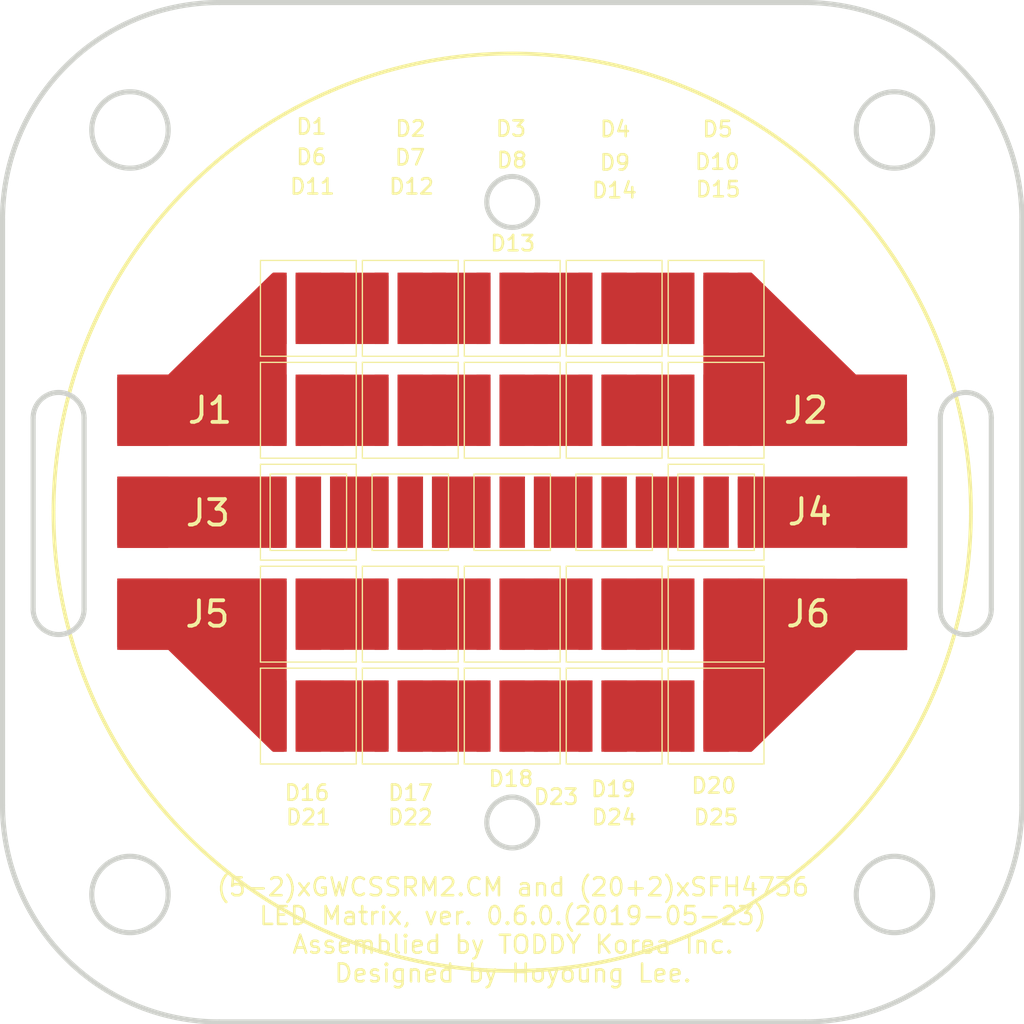
<source format=kicad_pcb>
(kicad_pcb (version 20171130) (host pcbnew "(5.1.2-1)-1")

  (general
    (thickness 1.6)
    (drawings 32)
    (tracks 0)
    (zones 0)
    (modules 31)
    (nets 27)
  )

  (page A4)
  (layers
    (0 F.Cu signal)
    (31 B.Cu signal hide)
    (32 B.Adhes user hide)
    (33 F.Adhes user hide)
    (34 B.Paste user hide)
    (35 F.Paste user)
    (36 B.SilkS user hide)
    (37 F.SilkS user)
    (38 B.Mask user hide)
    (39 F.Mask user)
    (40 Dwgs.User user hide)
    (41 Cmts.User user hide)
    (42 Eco1.User user hide)
    (43 Eco2.User user hide)
    (44 Edge.Cuts user)
    (45 Margin user hide)
    (46 B.CrtYd user hide)
    (47 F.CrtYd user hide)
    (48 B.Fab user hide)
    (49 F.Fab user hide)
  )

  (setup
    (last_trace_width 0.25)
    (trace_clearance 0.2)
    (zone_clearance 0)
    (zone_45_only no)
    (trace_min 0.2)
    (via_size 0.8)
    (via_drill 0.4)
    (via_min_size 0.4)
    (via_min_drill 0.3)
    (uvia_size 0.3)
    (uvia_drill 0.1)
    (uvias_allowed no)
    (uvia_min_size 0.2)
    (uvia_min_drill 0.1)
    (edge_width 0.2)
    (segment_width 0.2)
    (pcb_text_width 0.3)
    (pcb_text_size 1.5 1.5)
    (mod_edge_width 0.15)
    (mod_text_size 1 1)
    (mod_text_width 0.15)
    (pad_size 0.55 1.2)
    (pad_drill 0)
    (pad_to_mask_clearance 0.051)
    (solder_mask_min_width 0.25)
    (aux_axis_origin 112.09 107.95)
    (visible_elements FFFFFF7F)
    (pcbplotparams
      (layerselection 0x010a8_7fffffff)
      (usegerberextensions false)
      (usegerberattributes false)
      (usegerberadvancedattributes false)
      (creategerberjobfile false)
      (excludeedgelayer true)
      (linewidth 0.100000)
      (plotframeref false)
      (viasonmask false)
      (mode 1)
      (useauxorigin false)
      (hpglpennumber 1)
      (hpglpenspeed 20)
      (hpglpendiameter 15.000000)
      (psnegative false)
      (psa4output false)
      (plotreference true)
      (plotvalue true)
      (plotinvisibletext false)
      (padsonsilk false)
      (subtractmaskfromsilk false)
      (outputformat 1)
      (mirror false)
      (drillshape 0)
      (scaleselection 1)
      (outputdirectory "gerber_files/"))
  )

  (net 0 "")
  (net 1 "Net-(D1-Pad1)")
  (net 2 "Net-(D1-Pad2)")
  (net 3 "Net-(D2-Pad1)")
  (net 4 "Net-(D3-Pad1)")
  (net 5 "Net-(D4-Pad1)")
  (net 6 "Net-(D10-Pad1)")
  (net 7 "Net-(D6-Pad1)")
  (net 8 "Net-(D7-Pad1)")
  (net 9 "Net-(D8-Pad1)")
  (net 10 "Net-(D10-Pad2)")
  (net 11 "Net-(D11-Pad2)")
  (net 12 "Net-(D11-Pad1)")
  (net 13 "Net-(D12-Pad1)")
  (net 14 "Net-(D13-Pad1)")
  (net 15 "Net-(D14-Pad1)")
  (net 16 "Net-(D15-Pad1)")
  (net 17 "Net-(D16-Pad1)")
  (net 18 "Net-(D16-Pad2)")
  (net 19 "Net-(D17-Pad1)")
  (net 20 "Net-(D18-Pad1)")
  (net 21 "Net-(D19-Pad1)")
  (net 22 "Net-(D20-Pad1)")
  (net 23 "Net-(D21-Pad1)")
  (net 24 "Net-(D22-Pad1)")
  (net 25 "Net-(D23-Pad1)")
  (net 26 "Net-(D24-Pad1)")

  (net_class Default "This is the default net class."
    (clearance 0.2)
    (trace_width 0.25)
    (via_dia 0.8)
    (via_drill 0.4)
    (uvia_dia 0.3)
    (uvia_drill 0.1)
    (add_net "Net-(D1-Pad1)")
    (add_net "Net-(D1-Pad2)")
    (add_net "Net-(D10-Pad1)")
    (add_net "Net-(D10-Pad2)")
    (add_net "Net-(D11-Pad1)")
    (add_net "Net-(D11-Pad2)")
    (add_net "Net-(D12-Pad1)")
    (add_net "Net-(D13-Pad1)")
    (add_net "Net-(D14-Pad1)")
    (add_net "Net-(D15-Pad1)")
    (add_net "Net-(D16-Pad1)")
    (add_net "Net-(D16-Pad2)")
    (add_net "Net-(D17-Pad1)")
    (add_net "Net-(D18-Pad1)")
    (add_net "Net-(D19-Pad1)")
    (add_net "Net-(D2-Pad1)")
    (add_net "Net-(D20-Pad1)")
    (add_net "Net-(D21-Pad1)")
    (add_net "Net-(D22-Pad1)")
    (add_net "Net-(D23-Pad1)")
    (add_net "Net-(D24-Pad1)")
    (add_net "Net-(D3-Pad1)")
    (add_net "Net-(D4-Pad1)")
    (add_net "Net-(D6-Pad1)")
    (add_net "Net-(D7-Pad1)")
    (add_net "Net-(D8-Pad1)")
  )

  (module OSRAM:LED-SFH4736_OSRAM (layer F.Cu) (tedit 5CE62B64) (tstamp 5CC8BE8B)
    (at 104.09 99.95 180)
    (path /5C967F8A)
    (solder_mask_margin 0.01)
    (fp_text reference D1 (at -0.12 7.13 180) (layer F.SilkS)
      (effects (font (size 0.6 0.6) (thickness 0.1)))
    )
    (fp_text value SFH4736 (at 0 -3.2 180) (layer F.Fab)
      (effects (font (size 1 1) (thickness 0.15)))
    )
    (fp_line (start -1.88 1.88) (end -1.88 -1.88) (layer F.SilkS) (width 0.05))
    (fp_line (start 1.88 1.88) (end -1.88 1.88) (layer F.SilkS) (width 0.05))
    (fp_line (start 1.88 -1.88) (end 1.88 1.88) (layer F.SilkS) (width 0.05))
    (fp_line (start -1.88 -1.88) (end 1.88 -1.88) (layer F.SilkS) (width 0.05))
    (pad 1 smd rect (at -1.125 0 180) (size 0.55 2.8) (layers F.Cu F.Mask)
      (net 1 "Net-(D1-Pad1)") (solder_mask_margin 0.001) (solder_paste_margin -0.05) (zone_connect 2))
    (pad 2 smd rect (at 1.125 0 180) (size 0.55 2.8) (layers F.Cu F.Mask)
      (net 2 "Net-(D1-Pad2)") (solder_mask_margin 0.001) (solder_paste_margin -0.05) (zone_connect 2))
    (pad 1 smd rect (at 0 0 180) (size 1 2.8) (layers F.Cu F.Mask)
      (net 1 "Net-(D1-Pad1)") (solder_mask_margin 0.001) (solder_paste_margin -0.05) (zone_connect 2))
    (pad 1 smd rect (at 0 -0.725 180) (size 0.9 1.15) (layers F.Paste)
      (net 1 "Net-(D1-Pad1)"))
    (pad 1 smd rect (at 0 0.725 180) (size 0.9 1.15) (layers F.Paste)
      (net 1 "Net-(D1-Pad1)"))
    (pad 1 smd rect (at -1.1 0 180) (size 0.4 2.6) (layers F.Paste)
      (net 1 "Net-(D1-Pad1)"))
    (pad 2 smd rect (at 1.1 0 180) (size 0.4 2.6) (layers F.Paste)
      (net 2 "Net-(D1-Pad2)"))
  )

  (module OSRAM:LED-SFH4736_OSRAM (layer F.Cu) (tedit 5CE62B64) (tstamp 5CC8BE99)
    (at 108.09 99.95 180)
    (path /5C96542C)
    (solder_mask_margin 0.01)
    (fp_text reference D2 (at -0.01 7.05 180) (layer F.SilkS)
      (effects (font (size 0.6 0.6) (thickness 0.1)))
    )
    (fp_text value SFH4736 (at 0 -3.2 180) (layer F.Fab)
      (effects (font (size 1 1) (thickness 0.15)))
    )
    (fp_line (start -1.88 1.88) (end -1.88 -1.88) (layer F.SilkS) (width 0.05))
    (fp_line (start 1.88 1.88) (end -1.88 1.88) (layer F.SilkS) (width 0.05))
    (fp_line (start 1.88 -1.88) (end 1.88 1.88) (layer F.SilkS) (width 0.05))
    (fp_line (start -1.88 -1.88) (end 1.88 -1.88) (layer F.SilkS) (width 0.05))
    (pad 1 smd rect (at -1.125 0 180) (size 0.55 2.8) (layers F.Cu F.Mask)
      (net 3 "Net-(D2-Pad1)") (solder_mask_margin 0.001) (solder_paste_margin -0.05) (zone_connect 2))
    (pad 2 smd rect (at 1.125 0 180) (size 0.55 2.8) (layers F.Cu F.Mask)
      (net 1 "Net-(D1-Pad1)") (solder_mask_margin 0.001) (solder_paste_margin -0.05) (zone_connect 2))
    (pad 1 smd rect (at 0 0 180) (size 1 2.8) (layers F.Cu F.Mask)
      (net 3 "Net-(D2-Pad1)") (solder_mask_margin 0.001) (solder_paste_margin -0.05) (zone_connect 2))
    (pad 1 smd rect (at 0 -0.725 180) (size 0.9 1.15) (layers F.Paste)
      (net 3 "Net-(D2-Pad1)"))
    (pad 1 smd rect (at 0 0.725 180) (size 0.9 1.15) (layers F.Paste)
      (net 3 "Net-(D2-Pad1)"))
    (pad 1 smd rect (at -1.1 0 180) (size 0.4 2.6) (layers F.Paste)
      (net 3 "Net-(D2-Pad1)"))
    (pad 2 smd rect (at 1.1 0 180) (size 0.4 2.6) (layers F.Paste)
      (net 1 "Net-(D1-Pad1)"))
  )

  (module OSRAM:LED-SFH4736_OSRAM (layer F.Cu) (tedit 5CE62B64) (tstamp 5CC8BEA7)
    (at 112.09 99.95 180)
    (path /5C9679CE)
    (solder_mask_margin 0.01)
    (fp_text reference D3 (at 0.05 7.05 180) (layer F.SilkS)
      (effects (font (size 0.6 0.6) (thickness 0.1)))
    )
    (fp_text value SFH4736 (at 0 -3.2 180) (layer F.Fab)
      (effects (font (size 1 1) (thickness 0.15)))
    )
    (fp_line (start -1.88 1.88) (end -1.88 -1.88) (layer F.SilkS) (width 0.05))
    (fp_line (start 1.88 1.88) (end -1.88 1.88) (layer F.SilkS) (width 0.05))
    (fp_line (start 1.88 -1.88) (end 1.88 1.88) (layer F.SilkS) (width 0.05))
    (fp_line (start -1.88 -1.88) (end 1.88 -1.88) (layer F.SilkS) (width 0.05))
    (pad 1 smd rect (at -1.125 0 180) (size 0.55 2.8) (layers F.Cu F.Mask)
      (net 4 "Net-(D3-Pad1)") (solder_mask_margin 0.001) (solder_paste_margin -0.05) (zone_connect 2))
    (pad 2 smd rect (at 1.125 0 180) (size 0.55 2.8) (layers F.Cu F.Mask)
      (net 3 "Net-(D2-Pad1)") (solder_mask_margin 0.001) (solder_paste_margin -0.05) (zone_connect 2))
    (pad 1 smd rect (at 0 0 180) (size 1 2.8) (layers F.Cu F.Mask)
      (net 4 "Net-(D3-Pad1)") (solder_mask_margin 0.001) (solder_paste_margin -0.05) (zone_connect 2))
    (pad 1 smd rect (at 0 -0.725 180) (size 0.9 1.15) (layers F.Paste)
      (net 4 "Net-(D3-Pad1)"))
    (pad 1 smd rect (at 0 0.725 180) (size 0.9 1.15) (layers F.Paste)
      (net 4 "Net-(D3-Pad1)"))
    (pad 1 smd rect (at -1.1 0 180) (size 0.4 2.6) (layers F.Paste)
      (net 4 "Net-(D3-Pad1)"))
    (pad 2 smd rect (at 1.1 0 180) (size 0.4 2.6) (layers F.Paste)
      (net 3 "Net-(D2-Pad1)"))
  )

  (module OSRAM:LED-SFH4736_OSRAM (layer F.Cu) (tedit 5CE62B64) (tstamp 5CC8BEB5)
    (at 116.09 99.95 180)
    (path /5C967CDF)
    (solder_mask_margin 0.01)
    (fp_text reference D4 (at -0.04 7.03 180) (layer F.SilkS)
      (effects (font (size 0.6 0.6) (thickness 0.1)))
    )
    (fp_text value SFH4736 (at 0 -3.2 180) (layer F.Fab)
      (effects (font (size 1 1) (thickness 0.15)))
    )
    (fp_line (start -1.88 1.88) (end -1.88 -1.88) (layer F.SilkS) (width 0.05))
    (fp_line (start 1.88 1.88) (end -1.88 1.88) (layer F.SilkS) (width 0.05))
    (fp_line (start 1.88 -1.88) (end 1.88 1.88) (layer F.SilkS) (width 0.05))
    (fp_line (start -1.88 -1.88) (end 1.88 -1.88) (layer F.SilkS) (width 0.05))
    (pad 1 smd rect (at -1.125 0 180) (size 0.55 2.8) (layers F.Cu F.Mask)
      (net 5 "Net-(D4-Pad1)") (solder_mask_margin 0.001) (solder_paste_margin -0.05) (zone_connect 2))
    (pad 2 smd rect (at 1.125 0 180) (size 0.55 2.8) (layers F.Cu F.Mask)
      (net 4 "Net-(D3-Pad1)") (solder_mask_margin 0.001) (solder_paste_margin -0.05) (zone_connect 2))
    (pad 1 smd rect (at 0 0 180) (size 1 2.8) (layers F.Cu F.Mask)
      (net 5 "Net-(D4-Pad1)") (solder_mask_margin 0.001) (solder_paste_margin -0.05) (zone_connect 2))
    (pad 1 smd rect (at 0 -0.725 180) (size 0.9 1.15) (layers F.Paste)
      (net 5 "Net-(D4-Pad1)"))
    (pad 1 smd rect (at 0 0.725 180) (size 0.9 1.15) (layers F.Paste)
      (net 5 "Net-(D4-Pad1)"))
    (pad 1 smd rect (at -1.1 0 180) (size 0.4 2.6) (layers F.Paste)
      (net 5 "Net-(D4-Pad1)"))
    (pad 2 smd rect (at 1.1 0 180) (size 0.4 2.6) (layers F.Paste)
      (net 4 "Net-(D3-Pad1)"))
  )

  (module OSRAM:LED-SFH4736_OSRAM (layer F.Cu) (tedit 5CE62B64) (tstamp 5CC8BEC3)
    (at 120.09 99.95 180)
    (path /5C967D02)
    (solder_mask_margin 0.01)
    (fp_text reference D5 (at -0.06 7.03 180) (layer F.SilkS)
      (effects (font (size 0.6 0.6) (thickness 0.1)))
    )
    (fp_text value SFH4736 (at 0 -3.2 180) (layer F.Fab)
      (effects (font (size 1 1) (thickness 0.15)))
    )
    (fp_line (start -1.88 1.88) (end -1.88 -1.88) (layer F.SilkS) (width 0.05))
    (fp_line (start 1.88 1.88) (end -1.88 1.88) (layer F.SilkS) (width 0.05))
    (fp_line (start 1.88 -1.88) (end 1.88 1.88) (layer F.SilkS) (width 0.05))
    (fp_line (start -1.88 -1.88) (end 1.88 -1.88) (layer F.SilkS) (width 0.05))
    (pad 1 smd rect (at -1.125 0 180) (size 0.55 2.8) (layers F.Cu F.Mask)
      (net 6 "Net-(D10-Pad1)") (solder_mask_margin 0.001) (solder_paste_margin -0.05) (zone_connect 2))
    (pad 2 smd rect (at 1.125 0 180) (size 0.55 2.8) (layers F.Cu F.Mask)
      (net 5 "Net-(D4-Pad1)") (solder_mask_margin 0.001) (solder_paste_margin -0.05) (zone_connect 2))
    (pad 1 smd rect (at 0 0 180) (size 1 2.8) (layers F.Cu F.Mask)
      (net 6 "Net-(D10-Pad1)") (solder_mask_margin 0.001) (solder_paste_margin -0.05) (zone_connect 2))
    (pad 1 smd rect (at 0 -0.725 180) (size 0.9 1.15) (layers F.Paste)
      (net 6 "Net-(D10-Pad1)"))
    (pad 1 smd rect (at 0 0.725 180) (size 0.9 1.15) (layers F.Paste)
      (net 6 "Net-(D10-Pad1)"))
    (pad 1 smd rect (at -1.1 0 180) (size 0.4 2.6) (layers F.Paste)
      (net 6 "Net-(D10-Pad1)"))
    (pad 2 smd rect (at 1.1 0 180) (size 0.4 2.6) (layers F.Paste)
      (net 5 "Net-(D4-Pad1)"))
  )

  (module OSRAM:LED-SFH4736_OSRAM (layer F.Cu) (tedit 5CE62B64) (tstamp 5CC8BED1)
    (at 104.09 103.95 180)
    (path /5C967F91)
    (solder_mask_margin 0.01)
    (fp_text reference D6 (at -0.12 9.94 180) (layer F.SilkS)
      (effects (font (size 0.6 0.6) (thickness 0.1)))
    )
    (fp_text value SFH4736 (at 0 -3.2 180) (layer F.Fab)
      (effects (font (size 1 1) (thickness 0.15)))
    )
    (fp_line (start -1.88 1.88) (end -1.88 -1.88) (layer F.SilkS) (width 0.05))
    (fp_line (start 1.88 1.88) (end -1.88 1.88) (layer F.SilkS) (width 0.05))
    (fp_line (start 1.88 -1.88) (end 1.88 1.88) (layer F.SilkS) (width 0.05))
    (fp_line (start -1.88 -1.88) (end 1.88 -1.88) (layer F.SilkS) (width 0.05))
    (pad 1 smd rect (at -1.125 0 180) (size 0.55 2.8) (layers F.Cu F.Mask)
      (net 7 "Net-(D6-Pad1)") (solder_mask_margin 0.001) (solder_paste_margin -0.05) (zone_connect 2))
    (pad 2 smd rect (at 1.125 0 180) (size 0.55 2.8) (layers F.Cu F.Mask)
      (net 2 "Net-(D1-Pad2)") (solder_mask_margin 0.001) (solder_paste_margin -0.05) (zone_connect 2))
    (pad 1 smd rect (at 0 0 180) (size 1 2.8) (layers F.Cu F.Mask)
      (net 7 "Net-(D6-Pad1)") (solder_mask_margin 0.001) (solder_paste_margin -0.05) (zone_connect 2))
    (pad 1 smd rect (at 0 -0.725 180) (size 0.9 1.15) (layers F.Paste)
      (net 7 "Net-(D6-Pad1)"))
    (pad 1 smd rect (at 0 0.725 180) (size 0.9 1.15) (layers F.Paste)
      (net 7 "Net-(D6-Pad1)"))
    (pad 1 smd rect (at -1.1 0 180) (size 0.4 2.6) (layers F.Paste)
      (net 7 "Net-(D6-Pad1)"))
    (pad 2 smd rect (at 1.1 0 180) (size 0.4 2.6) (layers F.Paste)
      (net 2 "Net-(D1-Pad2)"))
  )

  (module OSRAM:LED-SFH4736_OSRAM (layer F.Cu) (tedit 5CE62B64) (tstamp 5CC8BEDF)
    (at 108.09 103.95 180)
    (path /5C967555)
    (solder_mask_margin 0.01)
    (fp_text reference D7 (at 0.01 9.92 180) (layer F.SilkS)
      (effects (font (size 0.6 0.6) (thickness 0.1)))
    )
    (fp_text value SFH4736 (at 0 -3.2 180) (layer F.Fab)
      (effects (font (size 1 1) (thickness 0.15)))
    )
    (fp_line (start -1.88 1.88) (end -1.88 -1.88) (layer F.SilkS) (width 0.05))
    (fp_line (start 1.88 1.88) (end -1.88 1.88) (layer F.SilkS) (width 0.05))
    (fp_line (start 1.88 -1.88) (end 1.88 1.88) (layer F.SilkS) (width 0.05))
    (fp_line (start -1.88 -1.88) (end 1.88 -1.88) (layer F.SilkS) (width 0.05))
    (pad 1 smd rect (at -1.125 0 180) (size 0.55 2.8) (layers F.Cu F.Mask)
      (net 8 "Net-(D7-Pad1)") (solder_mask_margin 0.001) (solder_paste_margin -0.05) (zone_connect 2))
    (pad 2 smd rect (at 1.125 0 180) (size 0.55 2.8) (layers F.Cu F.Mask)
      (net 7 "Net-(D6-Pad1)") (solder_mask_margin 0.001) (solder_paste_margin -0.05) (zone_connect 2))
    (pad 1 smd rect (at 0 0 180) (size 1 2.8) (layers F.Cu F.Mask)
      (net 8 "Net-(D7-Pad1)") (solder_mask_margin 0.001) (solder_paste_margin -0.05) (zone_connect 2))
    (pad 1 smd rect (at 0 -0.725 180) (size 0.9 1.15) (layers F.Paste)
      (net 8 "Net-(D7-Pad1)"))
    (pad 1 smd rect (at 0 0.725 180) (size 0.9 1.15) (layers F.Paste)
      (net 8 "Net-(D7-Pad1)"))
    (pad 1 smd rect (at -1.1 0 180) (size 0.4 2.6) (layers F.Paste)
      (net 8 "Net-(D7-Pad1)"))
    (pad 2 smd rect (at 1.1 0 180) (size 0.4 2.6) (layers F.Paste)
      (net 7 "Net-(D6-Pad1)"))
  )

  (module OSRAM:LED-SFH4736_OSRAM (layer F.Cu) (tedit 5CE62B64) (tstamp 5CC8BEED)
    (at 112.09 103.95 180)
    (path /5C9679D5)
    (solder_mask_margin 0.01)
    (fp_text reference D8 (at 0.01 9.81 180) (layer F.SilkS)
      (effects (font (size 0.6 0.6) (thickness 0.1)))
    )
    (fp_text value SFH4736 (at 0 -3.2 180) (layer F.Fab)
      (effects (font (size 1 1) (thickness 0.15)))
    )
    (fp_line (start -1.88 1.88) (end -1.88 -1.88) (layer F.SilkS) (width 0.05))
    (fp_line (start 1.88 1.88) (end -1.88 1.88) (layer F.SilkS) (width 0.05))
    (fp_line (start 1.88 -1.88) (end 1.88 1.88) (layer F.SilkS) (width 0.05))
    (fp_line (start -1.88 -1.88) (end 1.88 -1.88) (layer F.SilkS) (width 0.05))
    (pad 1 smd rect (at -1.125 0 180) (size 0.55 2.8) (layers F.Cu F.Mask)
      (net 9 "Net-(D8-Pad1)") (solder_mask_margin 0.001) (solder_paste_margin -0.05) (zone_connect 2))
    (pad 2 smd rect (at 1.125 0 180) (size 0.55 2.8) (layers F.Cu F.Mask)
      (net 8 "Net-(D7-Pad1)") (solder_mask_margin 0.001) (solder_paste_margin -0.05) (zone_connect 2))
    (pad 1 smd rect (at 0 0 180) (size 1 2.8) (layers F.Cu F.Mask)
      (net 9 "Net-(D8-Pad1)") (solder_mask_margin 0.001) (solder_paste_margin -0.05) (zone_connect 2))
    (pad 1 smd rect (at 0 -0.725 180) (size 0.9 1.15) (layers F.Paste)
      (net 9 "Net-(D8-Pad1)"))
    (pad 1 smd rect (at 0 0.725 180) (size 0.9 1.15) (layers F.Paste)
      (net 9 "Net-(D8-Pad1)"))
    (pad 1 smd rect (at -1.1 0 180) (size 0.4 2.6) (layers F.Paste)
      (net 9 "Net-(D8-Pad1)"))
    (pad 2 smd rect (at 1.1 0 180) (size 0.4 2.6) (layers F.Paste)
      (net 8 "Net-(D7-Pad1)"))
  )

  (module OSRAM:LED-SFH4736_OSRAM (layer F.Cu) (tedit 5CE62B64) (tstamp 5CC8BEFB)
    (at 116.09 103.95 180)
    (path /5C967CE6)
    (solder_mask_margin 0.01)
    (fp_text reference D9 (at -0.03 9.72 180) (layer F.SilkS)
      (effects (font (size 0.6 0.6) (thickness 0.1)))
    )
    (fp_text value SFH4736 (at 0 -3.2 180) (layer F.Fab)
      (effects (font (size 1 1) (thickness 0.15)))
    )
    (fp_line (start -1.88 1.88) (end -1.88 -1.88) (layer F.SilkS) (width 0.05))
    (fp_line (start 1.88 1.88) (end -1.88 1.88) (layer F.SilkS) (width 0.05))
    (fp_line (start 1.88 -1.88) (end 1.88 1.88) (layer F.SilkS) (width 0.05))
    (fp_line (start -1.88 -1.88) (end 1.88 -1.88) (layer F.SilkS) (width 0.05))
    (pad 1 smd rect (at -1.125 0 180) (size 0.55 2.8) (layers F.Cu F.Mask)
      (net 10 "Net-(D10-Pad2)") (solder_mask_margin 0.001) (solder_paste_margin -0.05) (zone_connect 2))
    (pad 2 smd rect (at 1.125 0 180) (size 0.55 2.8) (layers F.Cu F.Mask)
      (net 9 "Net-(D8-Pad1)") (solder_mask_margin 0.001) (solder_paste_margin -0.05) (zone_connect 2))
    (pad 1 smd rect (at 0 0 180) (size 1 2.8) (layers F.Cu F.Mask)
      (net 10 "Net-(D10-Pad2)") (solder_mask_margin 0.001) (solder_paste_margin -0.05) (zone_connect 2))
    (pad 1 smd rect (at 0 -0.725 180) (size 0.9 1.15) (layers F.Paste)
      (net 10 "Net-(D10-Pad2)"))
    (pad 1 smd rect (at 0 0.725 180) (size 0.9 1.15) (layers F.Paste)
      (net 10 "Net-(D10-Pad2)"))
    (pad 1 smd rect (at -1.1 0 180) (size 0.4 2.6) (layers F.Paste)
      (net 10 "Net-(D10-Pad2)"))
    (pad 2 smd rect (at 1.1 0 180) (size 0.4 2.6) (layers F.Paste)
      (net 9 "Net-(D8-Pad1)"))
  )

  (module OSRAM:LED-SFH4736_OSRAM (layer F.Cu) (tedit 5CE62B64) (tstamp 5CC8BF09)
    (at 120.09 103.95 180)
    (path /5C967D09)
    (solder_mask_margin 0.01)
    (fp_text reference D10 (at -0.05 9.75 180) (layer F.SilkS)
      (effects (font (size 0.6 0.6) (thickness 0.1)))
    )
    (fp_text value SFH4736 (at 0 -3.2 180) (layer F.Fab)
      (effects (font (size 1 1) (thickness 0.15)))
    )
    (fp_line (start -1.88 1.88) (end -1.88 -1.88) (layer F.SilkS) (width 0.05))
    (fp_line (start 1.88 1.88) (end -1.88 1.88) (layer F.SilkS) (width 0.05))
    (fp_line (start 1.88 -1.88) (end 1.88 1.88) (layer F.SilkS) (width 0.05))
    (fp_line (start -1.88 -1.88) (end 1.88 -1.88) (layer F.SilkS) (width 0.05))
    (pad 1 smd rect (at -1.125 0 180) (size 0.55 2.8) (layers F.Cu F.Mask)
      (net 6 "Net-(D10-Pad1)") (solder_mask_margin 0.001) (solder_paste_margin -0.05) (zone_connect 2))
    (pad 2 smd rect (at 1.125 0 180) (size 0.55 2.8) (layers F.Cu F.Mask)
      (net 10 "Net-(D10-Pad2)") (solder_mask_margin 0.001) (solder_paste_margin -0.05) (zone_connect 2))
    (pad 1 smd rect (at 0 0 180) (size 1 2.8) (layers F.Cu F.Mask)
      (net 6 "Net-(D10-Pad1)") (solder_mask_margin 0.001) (solder_paste_margin -0.05) (zone_connect 2))
    (pad 1 smd rect (at 0 -0.725 180) (size 0.9 1.15) (layers F.Paste)
      (net 6 "Net-(D10-Pad1)"))
    (pad 1 smd rect (at 0 0.725 180) (size 0.9 1.15) (layers F.Paste)
      (net 6 "Net-(D10-Pad1)"))
    (pad 1 smd rect (at -1.1 0 180) (size 0.4 2.6) (layers F.Paste)
      (net 6 "Net-(D10-Pad1)"))
    (pad 2 smd rect (at 1.1 0 180) (size 0.4 2.6) (layers F.Paste)
      (net 10 "Net-(D10-Pad2)"))
  )

  (module OSRAM:LED-SFH4736_OSRAM (layer F.Cu) (tedit 5CE62B64) (tstamp 5CC8BF17)
    (at 104.09 111.95 180)
    (path /5C967F9F)
    (solder_mask_margin 0.01)
    (fp_text reference D16 (at 0.05 -7.01 180) (layer F.SilkS)
      (effects (font (size 0.6 0.6) (thickness 0.1)))
    )
    (fp_text value SFH4736 (at 0 -3.2 180) (layer F.Fab)
      (effects (font (size 1 1) (thickness 0.15)))
    )
    (fp_line (start -1.88 1.88) (end -1.88 -1.88) (layer F.SilkS) (width 0.05))
    (fp_line (start 1.88 1.88) (end -1.88 1.88) (layer F.SilkS) (width 0.05))
    (fp_line (start 1.88 -1.88) (end 1.88 1.88) (layer F.SilkS) (width 0.05))
    (fp_line (start -1.88 -1.88) (end 1.88 -1.88) (layer F.SilkS) (width 0.05))
    (pad 1 smd rect (at -1.125 0 180) (size 0.55 2.8) (layers F.Cu F.Mask)
      (net 17 "Net-(D16-Pad1)") (solder_mask_margin 0.001) (solder_paste_margin -0.05) (zone_connect 2))
    (pad 2 smd rect (at 1.125 0 180) (size 0.55 2.8) (layers F.Cu F.Mask)
      (net 18 "Net-(D16-Pad2)") (solder_mask_margin 0.001) (solder_paste_margin -0.05) (zone_connect 2))
    (pad 1 smd rect (at 0 0 180) (size 1 2.8) (layers F.Cu F.Mask)
      (net 17 "Net-(D16-Pad1)") (solder_mask_margin 0.001) (solder_paste_margin -0.05) (zone_connect 2))
    (pad 1 smd rect (at 0 -0.725 180) (size 0.9 1.15) (layers F.Paste)
      (net 17 "Net-(D16-Pad1)"))
    (pad 1 smd rect (at 0 0.725 180) (size 0.9 1.15) (layers F.Paste)
      (net 17 "Net-(D16-Pad1)"))
    (pad 1 smd rect (at -1.1 0 180) (size 0.4 2.6) (layers F.Paste)
      (net 17 "Net-(D16-Pad1)"))
    (pad 2 smd rect (at 1.1 0 180) (size 0.4 2.6) (layers F.Paste)
      (net 18 "Net-(D16-Pad2)"))
  )

  (module OSRAM:LED-SFH4736_OSRAM (layer F.Cu) (tedit 5CE62B64) (tstamp 5CC8BF25)
    (at 108.09 111.95 180)
    (path /5C9678F8)
    (solder_mask_margin 0.01)
    (fp_text reference D17 (at -0.01 -7.01 180) (layer F.SilkS)
      (effects (font (size 0.6 0.6) (thickness 0.1)))
    )
    (fp_text value SFH4736 (at 0 -3.2 180) (layer F.Fab)
      (effects (font (size 1 1) (thickness 0.15)))
    )
    (fp_line (start -1.88 1.88) (end -1.88 -1.88) (layer F.SilkS) (width 0.05))
    (fp_line (start 1.88 1.88) (end -1.88 1.88) (layer F.SilkS) (width 0.05))
    (fp_line (start 1.88 -1.88) (end 1.88 1.88) (layer F.SilkS) (width 0.05))
    (fp_line (start -1.88 -1.88) (end 1.88 -1.88) (layer F.SilkS) (width 0.05))
    (pad 1 smd rect (at -1.125 0 180) (size 0.55 2.8) (layers F.Cu F.Mask)
      (net 19 "Net-(D17-Pad1)") (solder_mask_margin 0.001) (solder_paste_margin -0.05) (zone_connect 2))
    (pad 2 smd rect (at 1.125 0 180) (size 0.55 2.8) (layers F.Cu F.Mask)
      (net 17 "Net-(D16-Pad1)") (solder_mask_margin 0.001) (solder_paste_margin -0.05) (zone_connect 2))
    (pad 1 smd rect (at 0 0 180) (size 1 2.8) (layers F.Cu F.Mask)
      (net 19 "Net-(D17-Pad1)") (solder_mask_margin 0.001) (solder_paste_margin -0.05) (zone_connect 2))
    (pad 1 smd rect (at 0 -0.725 180) (size 0.9 1.15) (layers F.Paste)
      (net 19 "Net-(D17-Pad1)"))
    (pad 1 smd rect (at 0 0.725 180) (size 0.9 1.15) (layers F.Paste)
      (net 19 "Net-(D17-Pad1)"))
    (pad 1 smd rect (at -1.1 0 180) (size 0.4 2.6) (layers F.Paste)
      (net 19 "Net-(D17-Pad1)"))
    (pad 2 smd rect (at 1.1 0 180) (size 0.4 2.6) (layers F.Paste)
      (net 17 "Net-(D16-Pad1)"))
  )

  (module OSRAM:LED-SFH4736_OSRAM (layer F.Cu) (tedit 5CE62B64) (tstamp 5CC8BF33)
    (at 112.09 111.95 180)
    (path /5C9679E3)
    (solder_mask_margin 0.01)
    (fp_text reference D18 (at 0.05 -6.46 180) (layer F.SilkS)
      (effects (font (size 0.6 0.6) (thickness 0.1)))
    )
    (fp_text value SFH4736 (at 0 -3.2 180) (layer F.Fab)
      (effects (font (size 1 1) (thickness 0.15)))
    )
    (fp_line (start -1.88 1.88) (end -1.88 -1.88) (layer F.SilkS) (width 0.05))
    (fp_line (start 1.88 1.88) (end -1.88 1.88) (layer F.SilkS) (width 0.05))
    (fp_line (start 1.88 -1.88) (end 1.88 1.88) (layer F.SilkS) (width 0.05))
    (fp_line (start -1.88 -1.88) (end 1.88 -1.88) (layer F.SilkS) (width 0.05))
    (pad 1 smd rect (at -1.125 0 180) (size 0.55 2.8) (layers F.Cu F.Mask)
      (net 20 "Net-(D18-Pad1)") (solder_mask_margin 0.001) (solder_paste_margin -0.05) (zone_connect 2))
    (pad 2 smd rect (at 1.125 0 180) (size 0.55 2.8) (layers F.Cu F.Mask)
      (net 19 "Net-(D17-Pad1)") (solder_mask_margin 0.001) (solder_paste_margin -0.05) (zone_connect 2))
    (pad 1 smd rect (at 0 0 180) (size 1 2.8) (layers F.Cu F.Mask)
      (net 20 "Net-(D18-Pad1)") (solder_mask_margin 0.001) (solder_paste_margin -0.05) (zone_connect 2))
    (pad 1 smd rect (at 0 -0.725 180) (size 0.9 1.15) (layers F.Paste)
      (net 20 "Net-(D18-Pad1)"))
    (pad 1 smd rect (at 0 0.725 180) (size 0.9 1.15) (layers F.Paste)
      (net 20 "Net-(D18-Pad1)"))
    (pad 1 smd rect (at -1.1 0 180) (size 0.4 2.6) (layers F.Paste)
      (net 20 "Net-(D18-Pad1)"))
    (pad 2 smd rect (at 1.1 0 180) (size 0.4 2.6) (layers F.Paste)
      (net 19 "Net-(D17-Pad1)"))
  )

  (module OSRAM:LED-SFH4736_OSRAM (layer F.Cu) (tedit 5CE62B64) (tstamp 5CC8BF41)
    (at 116.09 111.95 180)
    (path /5C967CF4)
    (solder_mask_margin 0.01)
    (fp_text reference D19 (at 0.03 -6.86 180) (layer F.SilkS)
      (effects (font (size 0.6 0.6) (thickness 0.1)))
    )
    (fp_text value SFH4736 (at 0 -3.2 180) (layer F.Fab)
      (effects (font (size 1 1) (thickness 0.15)))
    )
    (fp_line (start -1.88 1.88) (end -1.88 -1.88) (layer F.SilkS) (width 0.05))
    (fp_line (start 1.88 1.88) (end -1.88 1.88) (layer F.SilkS) (width 0.05))
    (fp_line (start 1.88 -1.88) (end 1.88 1.88) (layer F.SilkS) (width 0.05))
    (fp_line (start -1.88 -1.88) (end 1.88 -1.88) (layer F.SilkS) (width 0.05))
    (pad 1 smd rect (at -1.125 0 180) (size 0.55 2.8) (layers F.Cu F.Mask)
      (net 21 "Net-(D19-Pad1)") (solder_mask_margin 0.001) (solder_paste_margin -0.05) (zone_connect 2))
    (pad 2 smd rect (at 1.125 0 180) (size 0.55 2.8) (layers F.Cu F.Mask)
      (net 20 "Net-(D18-Pad1)") (solder_mask_margin 0.001) (solder_paste_margin -0.05) (zone_connect 2))
    (pad 1 smd rect (at 0 0 180) (size 1 2.8) (layers F.Cu F.Mask)
      (net 21 "Net-(D19-Pad1)") (solder_mask_margin 0.001) (solder_paste_margin -0.05) (zone_connect 2))
    (pad 1 smd rect (at 0 -0.725 180) (size 0.9 1.15) (layers F.Paste)
      (net 21 "Net-(D19-Pad1)"))
    (pad 1 smd rect (at 0 0.725 180) (size 0.9 1.15) (layers F.Paste)
      (net 21 "Net-(D19-Pad1)"))
    (pad 1 smd rect (at -1.1 0 180) (size 0.4 2.6) (layers F.Paste)
      (net 21 "Net-(D19-Pad1)"))
    (pad 2 smd rect (at 1.1 0 180) (size 0.4 2.6) (layers F.Paste)
      (net 20 "Net-(D18-Pad1)"))
  )

  (module OSRAM:LED-SFH4736_OSRAM (layer F.Cu) (tedit 5CE62B64) (tstamp 5CC8BF4F)
    (at 120.09 111.95 180)
    (path /5C967D17)
    (solder_mask_margin 0.01)
    (fp_text reference D20 (at 0.09 -6.73 180) (layer F.SilkS)
      (effects (font (size 0.6 0.6) (thickness 0.1)))
    )
    (fp_text value SFH4736 (at 0 -3.2 180) (layer F.Fab)
      (effects (font (size 1 1) (thickness 0.15)))
    )
    (fp_line (start -1.88 1.88) (end -1.88 -1.88) (layer F.SilkS) (width 0.05))
    (fp_line (start 1.88 1.88) (end -1.88 1.88) (layer F.SilkS) (width 0.05))
    (fp_line (start 1.88 -1.88) (end 1.88 1.88) (layer F.SilkS) (width 0.05))
    (fp_line (start -1.88 -1.88) (end 1.88 -1.88) (layer F.SilkS) (width 0.05))
    (pad 1 smd rect (at -1.125 0 180) (size 0.55 2.8) (layers F.Cu F.Mask)
      (net 22 "Net-(D20-Pad1)") (solder_mask_margin 0.001) (solder_paste_margin -0.05) (zone_connect 2))
    (pad 2 smd rect (at 1.125 0 180) (size 0.55 2.8) (layers F.Cu F.Mask)
      (net 21 "Net-(D19-Pad1)") (solder_mask_margin 0.001) (solder_paste_margin -0.05) (zone_connect 2))
    (pad 1 smd rect (at 0 0 180) (size 1 2.8) (layers F.Cu F.Mask)
      (net 22 "Net-(D20-Pad1)") (solder_mask_margin 0.001) (solder_paste_margin -0.05) (zone_connect 2))
    (pad 1 smd rect (at 0 -0.725 180) (size 0.9 1.15) (layers F.Paste)
      (net 22 "Net-(D20-Pad1)"))
    (pad 1 smd rect (at 0 0.725 180) (size 0.9 1.15) (layers F.Paste)
      (net 22 "Net-(D20-Pad1)"))
    (pad 1 smd rect (at -1.1 0 180) (size 0.4 2.6) (layers F.Paste)
      (net 22 "Net-(D20-Pad1)"))
    (pad 2 smd rect (at 1.1 0 180) (size 0.4 2.6) (layers F.Paste)
      (net 21 "Net-(D19-Pad1)"))
  )

  (module OSRAM:LED-SFH4736_OSRAM (layer F.Cu) (tedit 5CE62B64) (tstamp 5CC8BF5D)
    (at 104.09 115.95 180)
    (path /5C967FA6)
    (solder_mask_margin 0.01)
    (fp_text reference D21 (at 0 -3.97 180) (layer F.SilkS)
      (effects (font (size 0.6 0.6) (thickness 0.1)))
    )
    (fp_text value SFH4736 (at 0 -3.2 180) (layer F.Fab)
      (effects (font (size 1 1) (thickness 0.15)))
    )
    (fp_line (start -1.88 1.88) (end -1.88 -1.88) (layer F.SilkS) (width 0.05))
    (fp_line (start 1.88 1.88) (end -1.88 1.88) (layer F.SilkS) (width 0.05))
    (fp_line (start 1.88 -1.88) (end 1.88 1.88) (layer F.SilkS) (width 0.05))
    (fp_line (start -1.88 -1.88) (end 1.88 -1.88) (layer F.SilkS) (width 0.05))
    (pad 1 smd rect (at -1.125 0 180) (size 0.55 2.8) (layers F.Cu F.Mask)
      (net 23 "Net-(D21-Pad1)") (solder_mask_margin 0.001) (solder_paste_margin -0.05) (zone_connect 2))
    (pad 2 smd rect (at 1.125 0 180) (size 0.55 2.8) (layers F.Cu F.Mask)
      (net 18 "Net-(D16-Pad2)") (solder_mask_margin 0.001) (solder_paste_margin -0.05) (zone_connect 2))
    (pad 1 smd rect (at 0 0 180) (size 1 2.8) (layers F.Cu F.Mask)
      (net 23 "Net-(D21-Pad1)") (solder_mask_margin 0.001) (solder_paste_margin -0.05) (zone_connect 2))
    (pad 1 smd rect (at 0 -0.725 180) (size 0.9 1.15) (layers F.Paste)
      (net 23 "Net-(D21-Pad1)"))
    (pad 1 smd rect (at 0 0.725 180) (size 0.9 1.15) (layers F.Paste)
      (net 23 "Net-(D21-Pad1)"))
    (pad 1 smd rect (at -1.1 0 180) (size 0.4 2.6) (layers F.Paste)
      (net 23 "Net-(D21-Pad1)"))
    (pad 2 smd rect (at 1.1 0 180) (size 0.4 2.6) (layers F.Paste)
      (net 18 "Net-(D16-Pad2)"))
  )

  (module OSRAM:LED-SFH4736_OSRAM (layer F.Cu) (tedit 5CE62B64) (tstamp 5CC8BF6B)
    (at 108.09 115.95 180)
    (path /5C9678FF)
    (solder_mask_margin 0.01)
    (fp_text reference D22 (at 0 -3.97 180) (layer F.SilkS)
      (effects (font (size 0.6 0.6) (thickness 0.1)))
    )
    (fp_text value SFH4736 (at 0 -3.2 180) (layer F.Fab)
      (effects (font (size 1 1) (thickness 0.15)))
    )
    (fp_line (start -1.88 1.88) (end -1.88 -1.88) (layer F.SilkS) (width 0.05))
    (fp_line (start 1.88 1.88) (end -1.88 1.88) (layer F.SilkS) (width 0.05))
    (fp_line (start 1.88 -1.88) (end 1.88 1.88) (layer F.SilkS) (width 0.05))
    (fp_line (start -1.88 -1.88) (end 1.88 -1.88) (layer F.SilkS) (width 0.05))
    (pad 1 smd rect (at -1.125 0 180) (size 0.55 2.8) (layers F.Cu F.Mask)
      (net 24 "Net-(D22-Pad1)") (solder_mask_margin 0.001) (solder_paste_margin -0.05) (zone_connect 2))
    (pad 2 smd rect (at 1.125 0 180) (size 0.55 2.8) (layers F.Cu F.Mask)
      (net 23 "Net-(D21-Pad1)") (solder_mask_margin 0.001) (solder_paste_margin -0.05) (zone_connect 2))
    (pad 1 smd rect (at 0 0 180) (size 1 2.8) (layers F.Cu F.Mask)
      (net 24 "Net-(D22-Pad1)") (solder_mask_margin 0.001) (solder_paste_margin -0.05) (zone_connect 2))
    (pad 1 smd rect (at 0 -0.725 180) (size 0.9 1.15) (layers F.Paste)
      (net 24 "Net-(D22-Pad1)"))
    (pad 1 smd rect (at 0 0.725 180) (size 0.9 1.15) (layers F.Paste)
      (net 24 "Net-(D22-Pad1)"))
    (pad 1 smd rect (at -1.1 0 180) (size 0.4 2.6) (layers F.Paste)
      (net 24 "Net-(D22-Pad1)"))
    (pad 2 smd rect (at 1.1 0 180) (size 0.4 2.6) (layers F.Paste)
      (net 23 "Net-(D21-Pad1)"))
  )

  (module OSRAM:LED-SFH4736_OSRAM (layer F.Cu) (tedit 5CE62B64) (tstamp 5CE68B70)
    (at 112.09 115.95 180)
    (path /5C9679EA)
    (solder_mask_margin 0.01)
    (fp_text reference D23 (at -1.72 -3.17 180) (layer F.SilkS)
      (effects (font (size 0.6 0.6) (thickness 0.1)))
    )
    (fp_text value SFH4736 (at 0 -3.2 180) (layer F.Fab)
      (effects (font (size 1 1) (thickness 0.15)))
    )
    (fp_line (start -1.88 1.88) (end -1.88 -1.88) (layer F.SilkS) (width 0.05))
    (fp_line (start 1.88 1.88) (end -1.88 1.88) (layer F.SilkS) (width 0.05))
    (fp_line (start 1.88 -1.88) (end 1.88 1.88) (layer F.SilkS) (width 0.05))
    (fp_line (start -1.88 -1.88) (end 1.88 -1.88) (layer F.SilkS) (width 0.05))
    (pad 1 smd rect (at -1.125 0 180) (size 0.55 2.8) (layers F.Cu F.Mask)
      (net 25 "Net-(D23-Pad1)") (solder_mask_margin 0.001) (solder_paste_margin -0.05) (zone_connect 2))
    (pad 2 smd rect (at 1.125 0 180) (size 0.55 2.8) (layers F.Cu F.Mask)
      (net 24 "Net-(D22-Pad1)") (solder_mask_margin 0.001) (solder_paste_margin -0.05) (zone_connect 2))
    (pad 1 smd rect (at 0 0 180) (size 1 2.8) (layers F.Cu F.Mask)
      (net 25 "Net-(D23-Pad1)") (solder_mask_margin 0.001) (solder_paste_margin -0.05) (zone_connect 2))
    (pad 1 smd rect (at 0 -0.725 180) (size 0.9 1.15) (layers F.Paste)
      (net 25 "Net-(D23-Pad1)"))
    (pad 1 smd rect (at 0 0.725 180) (size 0.9 1.15) (layers F.Paste)
      (net 25 "Net-(D23-Pad1)"))
    (pad 1 smd rect (at -1.1 0 180) (size 0.4 2.6) (layers F.Paste)
      (net 25 "Net-(D23-Pad1)"))
    (pad 2 smd rect (at 1.1 0 180) (size 0.4 2.6) (layers F.Paste)
      (net 24 "Net-(D22-Pad1)"))
  )

  (module OSRAM:LED-SFH4736_OSRAM (layer F.Cu) (tedit 5CE62B64) (tstamp 5CC8BF87)
    (at 116.09 115.95 180)
    (path /5C967CFB)
    (solder_mask_margin 0.01)
    (fp_text reference D24 (at 0 -3.97 180) (layer F.SilkS)
      (effects (font (size 0.6 0.6) (thickness 0.1)))
    )
    (fp_text value SFH4736 (at 0 -3.2 180) (layer F.Fab)
      (effects (font (size 1 1) (thickness 0.15)))
    )
    (fp_line (start -1.88 1.88) (end -1.88 -1.88) (layer F.SilkS) (width 0.05))
    (fp_line (start 1.88 1.88) (end -1.88 1.88) (layer F.SilkS) (width 0.05))
    (fp_line (start 1.88 -1.88) (end 1.88 1.88) (layer F.SilkS) (width 0.05))
    (fp_line (start -1.88 -1.88) (end 1.88 -1.88) (layer F.SilkS) (width 0.05))
    (pad 1 smd rect (at -1.125 0 180) (size 0.55 2.8) (layers F.Cu F.Mask)
      (net 26 "Net-(D24-Pad1)") (solder_mask_margin 0.001) (solder_paste_margin -0.05) (zone_connect 2))
    (pad 2 smd rect (at 1.125 0 180) (size 0.55 2.8) (layers F.Cu F.Mask)
      (net 25 "Net-(D23-Pad1)") (solder_mask_margin 0.001) (solder_paste_margin -0.05) (zone_connect 2))
    (pad 1 smd rect (at 0 0 180) (size 1 2.8) (layers F.Cu F.Mask)
      (net 26 "Net-(D24-Pad1)") (solder_mask_margin 0.001) (solder_paste_margin -0.05) (zone_connect 2))
    (pad 1 smd rect (at 0 -0.725 180) (size 0.9 1.15) (layers F.Paste)
      (net 26 "Net-(D24-Pad1)"))
    (pad 1 smd rect (at 0 0.725 180) (size 0.9 1.15) (layers F.Paste)
      (net 26 "Net-(D24-Pad1)"))
    (pad 1 smd rect (at -1.1 0 180) (size 0.4 2.6) (layers F.Paste)
      (net 26 "Net-(D24-Pad1)"))
    (pad 2 smd rect (at 1.1 0 180) (size 0.4 2.6) (layers F.Paste)
      (net 25 "Net-(D23-Pad1)"))
  )

  (module OSRAM:LED-SFH4736_OSRAM (layer F.Cu) (tedit 5CE62B64) (tstamp 5CC8BF95)
    (at 120.09 115.95 180)
    (path /5C967D1E)
    (solder_mask_margin 0.01)
    (fp_text reference D25 (at 0 -3.97 180) (layer F.SilkS)
      (effects (font (size 0.6 0.6) (thickness 0.1)))
    )
    (fp_text value SFH4736 (at 0 -3.2 180) (layer F.Fab)
      (effects (font (size 1 1) (thickness 0.15)))
    )
    (fp_line (start -1.88 1.88) (end -1.88 -1.88) (layer F.SilkS) (width 0.05))
    (fp_line (start 1.88 1.88) (end -1.88 1.88) (layer F.SilkS) (width 0.05))
    (fp_line (start 1.88 -1.88) (end 1.88 1.88) (layer F.SilkS) (width 0.05))
    (fp_line (start -1.88 -1.88) (end 1.88 -1.88) (layer F.SilkS) (width 0.05))
    (pad 1 smd rect (at -1.125 0 180) (size 0.55 2.8) (layers F.Cu F.Mask)
      (net 22 "Net-(D20-Pad1)") (solder_mask_margin 0.001) (solder_paste_margin -0.05) (zone_connect 2))
    (pad 2 smd rect (at 1.125 0 180) (size 0.55 2.8) (layers F.Cu F.Mask)
      (net 26 "Net-(D24-Pad1)") (solder_mask_margin 0.001) (solder_paste_margin -0.05) (zone_connect 2))
    (pad 1 smd rect (at 0 0 180) (size 1 2.8) (layers F.Cu F.Mask)
      (net 22 "Net-(D20-Pad1)") (solder_mask_margin 0.001) (solder_paste_margin -0.05) (zone_connect 2))
    (pad 1 smd rect (at 0 -0.725 180) (size 0.9 1.15) (layers F.Paste)
      (net 22 "Net-(D20-Pad1)"))
    (pad 1 smd rect (at 0 0.725 180) (size 0.9 1.15) (layers F.Paste)
      (net 22 "Net-(D20-Pad1)"))
    (pad 1 smd rect (at -1.1 0 180) (size 0.4 2.6) (layers F.Paste)
      (net 22 "Net-(D20-Pad1)"))
    (pad 2 smd rect (at 1.1 0 180) (size 0.4 2.6) (layers F.Paste)
      (net 26 "Net-(D24-Pad1)"))
  )

  (module OSRAM:LED-GWCSSRM2.CM_OSRAM (layer F.Cu) (tedit 5CA9A954) (tstamp 5CE684DC)
    (at 104.09 107.95 180)
    (path /5C967F98)
    (fp_text reference D11 (at -0.16 12.78 180) (layer F.SilkS)
      (effects (font (size 0.6 0.6) (thickness 0.1)))
    )
    (fp_text value GW_CSSRM2.CM (at 0 -3.2 180) (layer F.Fab)
      (effects (font (size 1 1) (thickness 0.15)))
    )
    (fp_line (start -1.5 -1.5) (end -1.5 1.5) (layer F.SilkS) (width 0.05))
    (fp_line (start -1.5 1.5) (end 1.5 1.5) (layer F.SilkS) (width 0.05))
    (fp_line (start 1.5 -1.5) (end 1.5 1.5) (layer F.SilkS) (width 0.05))
    (fp_line (start -1.5 -1.5) (end 1.5 -1.5) (layer F.SilkS) (width 0.05))
    (pad 2 smd rect (at 1.1 0 180) (size 0.4 2.6) (layers F.Paste)
      (net 11 "Net-(D11-Pad2)"))
    (pad 1 smd rect (at -1.1 0 180) (size 0.4 2.6) (layers F.Paste)
      (net 12 "Net-(D11-Pad1)"))
    (pad 3 smd rect (at 0 0.725 180) (size 0.9 1.15) (layers F.Paste))
    (pad 3 smd rect (at 0 -0.725 180) (size 0.9 1.15) (layers F.Paste))
    (pad 3 smd rect (at 0 0 180) (size 1 2.8) (layers F.Cu F.Mask)
      (solder_mask_margin 0.001) (solder_paste_margin -0.05) (zone_connect 2))
    (pad 2 smd rect (at 1.125 0 180) (size 0.55 2.8) (layers F.Cu F.Mask)
      (net 11 "Net-(D11-Pad2)") (solder_mask_margin 0.001) (solder_paste_margin -0.05) (zone_connect 2))
    (pad 1 smd rect (at -1.125 0 180) (size 0.55 2.8) (layers F.Cu F.Mask)
      (net 12 "Net-(D11-Pad1)") (solder_mask_margin 0.001) (solder_paste_margin -0.05) (zone_connect 2))
  )

  (module OSRAM:LED-GWCSSRM2.CM_OSRAM (layer F.Cu) (tedit 5CA9A954) (tstamp 5CBFF577)
    (at 108.09 107.95 180)
    (path /5C967627)
    (fp_text reference D12 (at -0.05 12.78 180) (layer F.SilkS)
      (effects (font (size 0.6 0.6) (thickness 0.1)))
    )
    (fp_text value GW_CSSRM2.CM (at 0 -3.2 180) (layer F.Fab)
      (effects (font (size 1 1) (thickness 0.15)))
    )
    (fp_line (start -1.5 -1.5) (end -1.5 1.5) (layer F.SilkS) (width 0.05))
    (fp_line (start -1.5 1.5) (end 1.5 1.5) (layer F.SilkS) (width 0.05))
    (fp_line (start 1.5 -1.5) (end 1.5 1.5) (layer F.SilkS) (width 0.05))
    (fp_line (start -1.5 -1.5) (end 1.5 -1.5) (layer F.SilkS) (width 0.05))
    (pad 2 smd rect (at 1.1 0 180) (size 0.4 2.6) (layers F.Paste)
      (net 12 "Net-(D11-Pad1)"))
    (pad 1 smd rect (at -1.1 0 180) (size 0.4 2.6) (layers F.Paste)
      (net 13 "Net-(D12-Pad1)"))
    (pad 3 smd rect (at 0 0.725 180) (size 0.9 1.15) (layers F.Paste))
    (pad 3 smd rect (at 0 -0.725 180) (size 0.9 1.15) (layers F.Paste))
    (pad 3 smd rect (at 0 0 180) (size 1 2.8) (layers F.Cu F.Mask)
      (solder_mask_margin 0.001) (solder_paste_margin -0.05) (zone_connect 2))
    (pad 2 smd rect (at 1.125 0 180) (size 0.55 2.8) (layers F.Cu F.Mask)
      (net 12 "Net-(D11-Pad1)") (solder_mask_margin 0.001) (solder_paste_margin -0.05) (zone_connect 2))
    (pad 1 smd rect (at -1.125 0 180) (size 0.55 2.8) (layers F.Cu F.Mask)
      (net 13 "Net-(D12-Pad1)") (solder_mask_margin 0.001) (solder_paste_margin -0.05) (zone_connect 2))
  )

  (module OSRAM:LED-GWCSSRM2.CM_OSRAM (layer F.Cu) (tedit 5CA9A954) (tstamp 5CBFF586)
    (at 112.09 107.95 180)
    (path /5C9679DC)
    (fp_text reference D13 (at -0.02 10.55 180) (layer F.SilkS)
      (effects (font (size 0.6 0.6) (thickness 0.1)))
    )
    (fp_text value GW_CSSRM2.CM (at 0 -3.2 180) (layer F.Fab)
      (effects (font (size 1 1) (thickness 0.15)))
    )
    (fp_line (start -1.5 -1.5) (end -1.5 1.5) (layer F.SilkS) (width 0.05))
    (fp_line (start -1.5 1.5) (end 1.5 1.5) (layer F.SilkS) (width 0.05))
    (fp_line (start 1.5 -1.5) (end 1.5 1.5) (layer F.SilkS) (width 0.05))
    (fp_line (start -1.5 -1.5) (end 1.5 -1.5) (layer F.SilkS) (width 0.05))
    (pad 2 smd rect (at 1.1 0 180) (size 0.4 2.6) (layers F.Paste)
      (net 13 "Net-(D12-Pad1)"))
    (pad 1 smd rect (at -1.1 0 180) (size 0.4 2.6) (layers F.Paste)
      (net 14 "Net-(D13-Pad1)"))
    (pad 3 smd rect (at 0 0.725 180) (size 0.9 1.15) (layers F.Paste))
    (pad 3 smd rect (at 0 -0.725 180) (size 0.9 1.15) (layers F.Paste))
    (pad 3 smd rect (at 0 0 180) (size 1 2.8) (layers F.Cu F.Mask)
      (solder_mask_margin 0.001) (solder_paste_margin -0.05) (zone_connect 2))
    (pad 2 smd rect (at 1.125 0 180) (size 0.55 2.8) (layers F.Cu F.Mask)
      (net 13 "Net-(D12-Pad1)") (solder_mask_margin 0.001) (solder_paste_margin -0.05) (zone_connect 2))
    (pad 1 smd rect (at -1.125 0 180) (size 0.55 2.8) (layers F.Cu F.Mask)
      (net 14 "Net-(D13-Pad1)") (solder_mask_margin 0.001) (solder_paste_margin -0.05) (zone_connect 2))
  )

  (module OSRAM:LED-GWCSSRM2.CM_OSRAM (layer F.Cu) (tedit 5CA9A954) (tstamp 5CBFF595)
    (at 116.09 107.95 180)
    (path /5C967CED)
    (fp_text reference D14 (at -0.01 12.63 180) (layer F.SilkS)
      (effects (font (size 0.6 0.6) (thickness 0.1)))
    )
    (fp_text value GW_CSSRM2.CM (at 0 -3.2 180) (layer F.Fab)
      (effects (font (size 1 1) (thickness 0.15)))
    )
    (fp_line (start -1.5 -1.5) (end -1.5 1.5) (layer F.SilkS) (width 0.05))
    (fp_line (start -1.5 1.5) (end 1.5 1.5) (layer F.SilkS) (width 0.05))
    (fp_line (start 1.5 -1.5) (end 1.5 1.5) (layer F.SilkS) (width 0.05))
    (fp_line (start -1.5 -1.5) (end 1.5 -1.5) (layer F.SilkS) (width 0.05))
    (pad 2 smd rect (at 1.1 0 180) (size 0.4 2.6) (layers F.Paste)
      (net 14 "Net-(D13-Pad1)"))
    (pad 1 smd rect (at -1.1 0 180) (size 0.4 2.6) (layers F.Paste)
      (net 15 "Net-(D14-Pad1)"))
    (pad 3 smd rect (at 0 0.725 180) (size 0.9 1.15) (layers F.Paste))
    (pad 3 smd rect (at 0 -0.725 180) (size 0.9 1.15) (layers F.Paste))
    (pad 3 smd rect (at 0 0 180) (size 1 2.8) (layers F.Cu F.Mask)
      (solder_mask_margin 0.001) (solder_paste_margin -0.05) (zone_connect 2))
    (pad 2 smd rect (at 1.125 0 180) (size 0.55 2.8) (layers F.Cu F.Mask)
      (net 14 "Net-(D13-Pad1)") (solder_mask_margin 0.001) (solder_paste_margin -0.05) (zone_connect 2))
    (pad 1 smd rect (at -1.125 0 180) (size 0.55 2.8) (layers F.Cu F.Mask)
      (net 15 "Net-(D14-Pad1)") (solder_mask_margin 0.001) (solder_paste_margin -0.05) (zone_connect 2))
  )

  (module OSRAM:LED-GWCSSRM2.CM_OSRAM (layer F.Cu) (tedit 5CA9A954) (tstamp 5CBFF5A4)
    (at 120.09 107.95 180)
    (path /5C967D10)
    (fp_text reference D15 (at -0.08 12.67 180) (layer F.SilkS)
      (effects (font (size 0.6 0.6) (thickness 0.1)))
    )
    (fp_text value GW_CSSRM2.CM (at 0 -3.2 180) (layer F.Fab)
      (effects (font (size 1 1) (thickness 0.15)))
    )
    (fp_line (start -1.5 -1.5) (end -1.5 1.5) (layer F.SilkS) (width 0.05))
    (fp_line (start -1.5 1.5) (end 1.5 1.5) (layer F.SilkS) (width 0.05))
    (fp_line (start 1.5 -1.5) (end 1.5 1.5) (layer F.SilkS) (width 0.05))
    (fp_line (start -1.5 -1.5) (end 1.5 -1.5) (layer F.SilkS) (width 0.05))
    (pad 2 smd rect (at 1.1 0 180) (size 0.4 2.6) (layers F.Paste)
      (net 15 "Net-(D14-Pad1)"))
    (pad 1 smd rect (at -1.1 0 180) (size 0.4 2.6) (layers F.Paste)
      (net 16 "Net-(D15-Pad1)"))
    (pad 3 smd rect (at 0 0.725 180) (size 0.9 1.15) (layers F.Paste))
    (pad 3 smd rect (at 0 -0.725 180) (size 0.9 1.15) (layers F.Paste))
    (pad 3 smd rect (at 0 0 180) (size 1 2.8) (layers F.Cu F.Mask)
      (solder_mask_margin 0.001) (solder_paste_margin -0.05) (zone_connect 2))
    (pad 2 smd rect (at 1.125 0 180) (size 0.55 2.8) (layers F.Cu F.Mask)
      (net 15 "Net-(D14-Pad1)") (solder_mask_margin 0.001) (solder_paste_margin -0.05) (zone_connect 2))
    (pad 1 smd rect (at -1.125 0 180) (size 0.55 2.8) (layers F.Cu F.Mask)
      (net 16 "Net-(D15-Pad1)") (solder_mask_margin 0.001) (solder_paste_margin -0.05) (zone_connect 2))
  )

  (module connector_ext:SMD_1P_2.8x2.0 (layer F.Cu) (tedit 5CA984DD) (tstamp 5CC917B0)
    (at 97.59 103.95 90)
    (path /5C965BD7)
    (fp_text reference J1 (at 0 2.64 180) (layer F.SilkS)
      (effects (font (size 1 1) (thickness 0.15)))
    )
    (fp_text value + (at -0.1 -2.3 90) (layer F.Fab)
      (effects (font (size 1 1) (thickness 0.15)))
    )
    (pad 1 smd rect (at 0 0 90) (size 2.8 2) (layers F.Cu F.Paste F.Mask)
      (net 2 "Net-(D1-Pad2)") (solder_mask_margin 0.007))
  )

  (module connector_ext:SMD_1P_2.8x2.0 (layer F.Cu) (tedit 5CA984E0) (tstamp 5CC917B4)
    (at 126.58 103.95 90)
    (path /5C9660F8)
    (fp_text reference J2 (at 0 -2.96 180) (layer F.SilkS)
      (effects (font (size 1 1) (thickness 0.15)))
    )
    (fp_text value - (at -0.1 -2.3 90) (layer F.Fab)
      (effects (font (size 1 1) (thickness 0.15)))
    )
    (pad 1 smd rect (at 0 0 90) (size 2.8 2) (layers F.Cu F.Paste F.Mask)
      (net 6 "Net-(D10-Pad1)") (solder_mask_margin 0.007))
  )

  (module connector_ext:SMD_1P_2.8x2.0 (layer F.Cu) (tedit 5CA984E5) (tstamp 5CC917B8)
    (at 97.59 107.95 90)
    (path /5C965DD9)
    (fp_text reference J3 (at -0.03 2.56 180) (layer F.SilkS)
      (effects (font (size 1 1) (thickness 0.15)))
    )
    (fp_text value + (at -0.1 -2.3 90) (layer F.Fab)
      (effects (font (size 1 1) (thickness 0.15)))
    )
    (pad 1 smd rect (at 0 0 90) (size 2.8 2) (layers F.Cu F.Paste F.Mask)
      (net 11 "Net-(D11-Pad2)") (solder_mask_margin 0.007))
  )

  (module connector_ext:SMD_1P_2.8x2.0 (layer F.Cu) (tedit 5CA984EA) (tstamp 5CC917BC)
    (at 126.59 107.95 90)
    (path /5C9662AF)
    (fp_text reference J4 (at 0.01 -2.82 180) (layer F.SilkS)
      (effects (font (size 1 1) (thickness 0.15)))
    )
    (fp_text value - (at -0.1 -2.3 90) (layer F.Fab)
      (effects (font (size 1 1) (thickness 0.15)))
    )
    (pad 1 smd rect (at 0 0 90) (size 2.8 2) (layers F.Cu F.Paste F.Mask)
      (net 16 "Net-(D15-Pad1)") (solder_mask_margin 0.007))
  )

  (module connector_ext:SMD_1P_2.8x2.0 (layer F.Cu) (tedit 5CA984EE) (tstamp 5CC9181D)
    (at 97.59 111.95 90)
    (path /5C966064)
    (fp_text reference J5 (at 0 2.54 180) (layer F.SilkS)
      (effects (font (size 1 1) (thickness 0.15)))
    )
    (fp_text value + (at -0.1 -2.3 90) (layer F.Fab)
      (effects (font (size 1 1) (thickness 0.15)))
    )
    (pad 1 smd rect (at 0 0 90) (size 2.8 2) (layers F.Cu F.Paste F.Mask)
      (net 18 "Net-(D16-Pad2)") (solder_mask_margin 0.007))
  )

  (module connector_ext:SMD_1P_2.8x2.0 (layer F.Cu) (tedit 5CA984F2) (tstamp 5CC917C4)
    (at 126.59 111.96 90)
    (path /5C966395)
    (fp_text reference J6 (at 0.02 -2.88 180) (layer F.SilkS)
      (effects (font (size 1 1) (thickness 0.15)))
    )
    (fp_text value - (at -0.1 -2.3 90) (layer F.Fab)
      (effects (font (size 1 1) (thickness 0.15)))
    )
    (pad 1 smd rect (at 0 0 90) (size 2.8 2) (layers F.Cu F.Paste F.Mask)
      (net 22 "Net-(D20-Pad1)") (solder_mask_margin 0.007))
  )

  (gr_line (start 102.21 109.83) (end 102.21 106.07) (layer F.SilkS) (width 0.05) (tstamp 5CE6846F))
  (gr_line (start 105.97 109.83) (end 102.21 109.83) (layer F.SilkS) (width 0.05))
  (gr_line (start 105.97 106.07) (end 105.97 109.83) (layer F.SilkS) (width 0.05))
  (gr_line (start 102.21 106.07) (end 105.97 106.07) (layer F.SilkS) (width 0.05))
  (gr_line (start 118.21 109.83) (end 118.21 106.07) (layer F.SilkS) (width 0.05) (tstamp 5CE683DE))
  (gr_line (start 121.97 109.83) (end 118.21 109.83) (layer F.SilkS) (width 0.05))
  (gr_line (start 121.97 106.07) (end 121.97 109.83) (layer F.SilkS) (width 0.05))
  (gr_line (start 118.21 106.07) (end 121.97 106.07) (layer F.SilkS) (width 0.05))
  (gr_circle (center 112.09 107.95) (end 130.09 107.95) (layer F.SilkS) (width 0.15))
  (gr_arc (start 100.59 96.45) (end 100.59 87.95) (angle -90) (layer Edge.Cuts) (width 0.2))
  (gr_arc (start 123.59 96.45) (end 132.09 96.45) (angle -90) (layer Edge.Cuts) (width 0.2))
  (gr_arc (start 123.59 119.45) (end 123.59 127.95) (angle -90) (layer Edge.Cuts) (width 0.2))
  (gr_arc (start 100.59 119.45) (end 92.09 119.45) (angle -90) (layer Edge.Cuts) (width 0.2))
  (gr_text "(5-2)xGWCSSRM2.CM and (20+2)xSFH4736\nLED Matrix, ver. 0.6.0.(2019-05-23)\nAssemblied by TODDY Korea Inc.\nDesigned by Hoyoung Lee." (at 112.12 124.35) (layer F.SilkS)
    (effects (font (size 0.7 0.7) (thickness 0.1)))
  )
  (gr_line (start 128.89 104.25) (end 128.89 111.75) (layer Edge.Cuts) (width 0.2) (tstamp 5CC92142))
  (gr_arc (start 129.89 104.25) (end 130.89 104.25) (angle -180) (layer Edge.Cuts) (width 0.2) (tstamp 5CC92141))
  (gr_arc (start 129.89 111.75) (end 128.89 111.75) (angle -180) (layer Edge.Cuts) (width 0.2) (tstamp 5CC92140))
  (gr_line (start 130.89 111.75) (end 130.89 104.25) (layer Edge.Cuts) (width 0.2) (tstamp 5CC9213F))
  (gr_line (start 95.29 111.75) (end 95.29 104.25) (layer Edge.Cuts) (width 0.2))
  (gr_line (start 93.29 104.25) (end 93.29 111.75) (layer Edge.Cuts) (width 0.2))
  (gr_arc (start 94.29 111.75) (end 93.29 111.75) (angle -180) (layer Edge.Cuts) (width 0.2))
  (gr_arc (start 94.29 104.25) (end 95.29 104.25) (angle -180) (layer Edge.Cuts) (width 0.2))
  (gr_circle (center 112.09 95.775) (end 113.09 95.775) (layer Edge.Cuts) (width 0.2))
  (gr_circle (center 112.09 120.125) (end 113.09 120.125) (layer Edge.Cuts) (width 0.2))
  (gr_line (start 92.09 119.45) (end 92.09 96.45) (layer Edge.Cuts) (width 0.2))
  (gr_line (start 123.59 127.95) (end 100.59 127.95) (layer Edge.Cuts) (width 0.2))
  (gr_line (start 132.09 96.45) (end 132.09 119.45) (layer Edge.Cuts) (width 0.2))
  (gr_line (start 100.59 87.95) (end 123.59 87.95) (layer Edge.Cuts) (width 0.2))
  (gr_circle (center 127.09 122.95) (end 128.59 122.95) (layer Edge.Cuts) (width 0.2))
  (gr_circle (center 97.09 122.95) (end 98.59 122.95) (layer Edge.Cuts) (width 0.2))
  (gr_circle (center 127.09 92.95) (end 128.59 92.95) (layer Edge.Cuts) (width 0.2))
  (gr_circle (center 97.09 92.95) (end 98.59 92.95) (layer Edge.Cuts) (width 0.2))

  (zone (net 2) (net_name "Net-(D1-Pad2)") (layer F.Cu) (tstamp 5CA9A450) (hatch edge 0.508)
    (connect_pads yes (clearance 0))
    (min_thickness 0.254)
    (fill yes (arc_segments 16) (thermal_gap 0.508) (thermal_bridge_width 0.508))
    (polygon
      (pts
        (xy 96.59 102.55) (xy 96.59 105.35) (xy 98.59 105.35) (xy 102.69 105.35) (xy 103.24 105.35)
        (xy 103.24 98.55) (xy 102.69 98.55) (xy 98.59 102.55)
      )
    )
    (filled_polygon
      (pts
        (xy 103.113 105.223) (xy 96.717 105.223) (xy 96.717 102.677) (xy 98.59 102.677) (xy 98.614776 102.67456)
        (xy 98.638601 102.667333) (xy 98.660557 102.655597) (xy 98.678687 102.640904) (xy 102.741689 98.677) (xy 103.113 98.677)
      )
    )
  )
  (zone (net 1) (net_name "Net-(D1-Pad1)") (layer F.Cu) (tstamp 5CA9A44D) (hatch edge 0.508)
    (connect_pads yes (clearance 0))
    (min_thickness 0.254)
    (fill yes (arc_segments 16) (thermal_gap 0.508) (thermal_bridge_width 0.508))
    (polygon
      (pts
        (xy 103.585928 98.55) (xy 107.24 98.55) (xy 107.24 101.35) (xy 103.585928 101.35)
      )
    )
    (filled_polygon
      (pts
        (xy 107.113 101.223) (xy 103.712928 101.223) (xy 103.712928 98.677) (xy 107.113 98.677)
      )
    )
  )
  (zone (net 7) (net_name "Net-(D6-Pad1)") (layer F.Cu) (tstamp 5CA9A44A) (hatch edge 0.508)
    (connect_pads yes (clearance 0))
    (min_thickness 0.254)
    (fill yes (arc_segments 16) (thermal_gap 0.508) (thermal_bridge_width 0.508))
    (polygon
      (pts
        (xy 103.59 102.55) (xy 107.24 102.55) (xy 107.24 105.35) (xy 103.59 105.35)
      )
    )
    (filled_polygon
      (pts
        (xy 107.113 105.223) (xy 103.717 105.223) (xy 103.717 102.677) (xy 107.113 102.677)
      )
    )
  )
  (zone (net 3) (net_name "Net-(D2-Pad1)") (layer F.Cu) (tstamp 5CA9A447) (hatch edge 0.508)
    (connect_pads yes (clearance 0))
    (min_thickness 0.254)
    (fill yes (arc_segments 16) (thermal_gap 0.508) (thermal_bridge_width 0.508))
    (polygon
      (pts
        (xy 107.59 98.55) (xy 111.24 98.55) (xy 111.24 101.35) (xy 107.59 101.35)
      )
    )
    (filled_polygon
      (pts
        (xy 111.113 101.223) (xy 107.717 101.223) (xy 107.717 98.677) (xy 111.113 98.677)
      )
    )
  )
  (zone (net 4) (net_name "Net-(D3-Pad1)") (layer F.Cu) (tstamp 5CA9A444) (hatch edge 0.508)
    (connect_pads yes (clearance 0))
    (min_thickness 0.254)
    (fill yes (arc_segments 16) (thermal_gap 0.508) (thermal_bridge_width 0.508))
    (polygon
      (pts
        (xy 111.59 98.55) (xy 115.24 98.55) (xy 115.24 101.35) (xy 111.59 101.35)
      )
    )
    (filled_polygon
      (pts
        (xy 115.113 101.223) (xy 111.717 101.223) (xy 111.717 98.677) (xy 115.113 98.677)
      )
    )
  )
  (zone (net 5) (net_name "Net-(D4-Pad1)") (layer F.Cu) (tstamp 5CA9A441) (hatch edge 0.508)
    (connect_pads yes (clearance 0))
    (min_thickness 0.254)
    (fill yes (arc_segments 16) (thermal_gap 0.508) (thermal_bridge_width 0.508))
    (polygon
      (pts
        (xy 115.59 98.55) (xy 119.24 98.55) (xy 119.24 101.35) (xy 115.59 101.35)
      )
    )
    (filled_polygon
      (pts
        (xy 119.113 101.223) (xy 115.717 101.223) (xy 115.717 98.677) (xy 119.113 98.677)
      )
    )
  )
  (zone (net 9) (net_name "Net-(D8-Pad1)") (layer F.Cu) (tstamp 5CA9A43E) (hatch edge 0.508)
    (connect_pads yes (clearance 0))
    (min_thickness 0.254)
    (fill yes (arc_segments 16) (thermal_gap 0.508) (thermal_bridge_width 0.508))
    (polygon
      (pts
        (xy 111.59 102.55) (xy 115.24 102.55) (xy 115.24 105.35) (xy 111.59 105.35)
      )
    )
    (filled_polygon
      (pts
        (xy 115.113 105.223) (xy 111.717 105.223) (xy 111.717 102.677) (xy 115.113 102.677)
      )
    )
  )
  (zone (net 10) (net_name "Net-(D10-Pad2)") (layer F.Cu) (tstamp 5CA9A43B) (hatch edge 0.508)
    (connect_pads yes (clearance 0))
    (min_thickness 0.254)
    (fill yes (arc_segments 16) (thermal_gap 0.508) (thermal_bridge_width 0.508))
    (polygon
      (pts
        (xy 115.59 102.55) (xy 119.24 102.55) (xy 119.24 105.35) (xy 115.59 105.35)
      )
    )
    (filled_polygon
      (pts
        (xy 119.113 105.223) (xy 115.717 105.223) (xy 115.717 102.677) (xy 119.113 102.677)
      )
    )
  )
  (zone (net 8) (net_name "Net-(D7-Pad1)") (layer F.Cu) (tstamp 5CA9A438) (hatch edge 0.508)
    (connect_pads yes (clearance 0))
    (min_thickness 0.254)
    (fill yes (arc_segments 16) (thermal_gap 0.508) (thermal_bridge_width 0.508))
    (polygon
      (pts
        (xy 107.59 102.55) (xy 111.24 102.55) (xy 111.24 105.35) (xy 107.59 105.35)
      )
    )
    (filled_polygon
      (pts
        (xy 111.113 105.223) (xy 107.717 105.223) (xy 107.717 102.677) (xy 111.113 102.677)
      )
    )
  )
  (zone (net 6) (net_name "Net-(D10-Pad1)") (layer F.Cu) (tstamp 5CA9A435) (hatch edge 0.508)
    (connect_pads yes (clearance 0))
    (min_thickness 0.254)
    (fill yes (arc_segments 16) (thermal_gap 0.508) (thermal_bridge_width 0.508))
    (polygon
      (pts
        (xy 119.59 98.55) (xy 119.59 105.35) (xy 121.49 105.35) (xy 125.58 105.35) (xy 127.59 105.35)
        (xy 127.58 102.55) (xy 125.58 102.55) (xy 121.49 98.55)
      )
    )
    (filled_polygon
      (pts
        (xy 125.491202 102.640796) (xy 125.510622 102.656375) (xy 125.532707 102.667866) (xy 125.556611 102.674828) (xy 125.58 102.677)
        (xy 127.453453 102.677) (xy 127.462546 105.223) (xy 119.717 105.223) (xy 119.717 98.677) (xy 121.438221 98.677)
      )
    )
  )
  (zone (net 20) (net_name "Net-(D18-Pad1)") (layer F.Cu) (tstamp 5CA9A432) (hatch edge 0.508)
    (connect_pads yes (clearance 0))
    (min_thickness 0.254)
    (fill yes (arc_segments 16) (thermal_gap 0.508) (thermal_bridge_width 0.508))
    (polygon
      (pts
        (xy 111.59 110.55) (xy 115.24 110.55) (xy 115.24 113.35) (xy 111.59 113.35)
      )
    )
    (filled_polygon
      (pts
        (xy 115.113 113.223) (xy 111.717 113.223) (xy 111.717 110.677) (xy 115.113 110.677)
      )
    )
  )
  (zone (net 17) (net_name "Net-(D16-Pad1)") (layer F.Cu) (tstamp 5CA9A42F) (hatch edge 0.508)
    (connect_pads yes (clearance 0))
    (min_thickness 0.254)
    (fill yes (arc_segments 16) (thermal_gap 0.508) (thermal_bridge_width 0.508))
    (polygon
      (pts
        (xy 103.59 110.55) (xy 107.24 110.55) (xy 107.24 113.35) (xy 103.59 113.35)
      )
    )
    (filled_polygon
      (pts
        (xy 107.113 113.223) (xy 103.717 113.223) (xy 103.717 110.677) (xy 107.113 110.677)
      )
    )
  )
  (zone (net 18) (net_name "Net-(D16-Pad2)") (layer F.Cu) (tstamp 5CA9A42C) (hatch edge 0.508)
    (connect_pads yes (clearance 0))
    (min_thickness 0.254)
    (fill yes (arc_segments 16) (thermal_gap 0.508) (thermal_bridge_width 0.508))
    (polygon
      (pts
        (xy 96.59 110.55) (xy 96.59 113.35) (xy 98.59 113.35) (xy 102.69 117.35) (xy 103.24 117.35)
        (xy 103.24 110.55) (xy 102.69 110.55) (xy 98.59 110.55)
      )
    )
    (filled_polygon
      (pts
        (xy 103.113 117.223) (xy 102.741689 117.223) (xy 98.678687 113.259096) (xy 98.659248 113.24354) (xy 98.637149 113.232076)
        (xy 98.613237 113.225144) (xy 98.59 113.223) (xy 96.717 113.223) (xy 96.717 110.677) (xy 103.113 110.677)
      )
    )
  )
  (zone (net 21) (net_name "Net-(D19-Pad1)") (layer F.Cu) (tstamp 5CA9A429) (hatch edge 0.508)
    (connect_pads yes (clearance 0))
    (min_thickness 0.254)
    (fill yes (arc_segments 16) (thermal_gap 0.508) (thermal_bridge_width 0.508))
    (polygon
      (pts
        (xy 115.59 110.55) (xy 119.24 110.55) (xy 119.24 113.35) (xy 115.59 113.35)
      )
    )
    (filled_polygon
      (pts
        (xy 119.113 113.223) (xy 115.717 113.223) (xy 115.717 110.677) (xy 119.113 110.677)
      )
    )
  )
  (zone (net 22) (net_name "Net-(D20-Pad1)") (layer F.Cu) (tstamp 5CA9A426) (hatch edge 0.508)
    (connect_pads yes (clearance 0))
    (min_thickness 0.254)
    (fill yes (arc_segments 16) (thermal_gap 0.508) (thermal_bridge_width 0.508))
    (polygon
      (pts
        (xy 119.59 110.55) (xy 119.59 117.35) (xy 121.49 117.35) (xy 125.59 113.36) (xy 127.59 113.36)
        (xy 127.59 110.56) (xy 125.59 110.56) (xy 121.49 110.55)
      )
    )
    (filled_polygon
      (pts
        (xy 125.58969 110.687) (xy 127.463 110.687) (xy 127.463 113.233) (xy 125.59 113.233) (xy 125.565224 113.23544)
        (xy 125.541399 113.242667) (xy 125.519443 113.254403) (xy 125.501427 113.268985) (xy 121.438404 117.223) (xy 119.717 117.223)
        (xy 119.717 110.677) (xy 121.48969 110.677)
      )
    )
  )
  (zone (net 23) (net_name "Net-(D21-Pad1)") (layer F.Cu) (tstamp 5CA9A423) (hatch edge 0.508)
    (connect_pads yes (clearance 0))
    (min_thickness 0.254)
    (fill yes (arc_segments 16) (thermal_gap 0.508) (thermal_bridge_width 0.508))
    (polygon
      (pts
        (xy 103.59 114.55) (xy 107.24 114.55) (xy 107.24 117.35) (xy 103.59 117.35)
      )
    )
    (filled_polygon
      (pts
        (xy 107.113 117.223) (xy 103.717 117.223) (xy 103.717 114.677) (xy 107.113 114.677)
      )
    )
  )
  (zone (net 19) (net_name "Net-(D17-Pad1)") (layer F.Cu) (tstamp 5CA9A420) (hatch edge 0.508)
    (connect_pads yes (clearance 0))
    (min_thickness 0.254)
    (fill yes (arc_segments 16) (thermal_gap 0.508) (thermal_bridge_width 0.508))
    (polygon
      (pts
        (xy 107.59 110.55) (xy 111.24 110.55) (xy 111.24 113.35) (xy 107.59 113.35)
      )
    )
    (filled_polygon
      (pts
        (xy 111.113 113.223) (xy 107.717 113.223) (xy 107.717 110.677) (xy 111.113 110.677)
      )
    )
  )
  (zone (net 24) (net_name "Net-(D22-Pad1)") (layer F.Cu) (tstamp 5CA9A41D) (hatch edge 0.508)
    (connect_pads yes (clearance 0))
    (min_thickness 0.254)
    (fill yes (arc_segments 16) (thermal_gap 0.508) (thermal_bridge_width 0.508))
    (polygon
      (pts
        (xy 107.59 114.55) (xy 111.24 114.55) (xy 111.24 117.35) (xy 107.59 117.35)
      )
    )
    (filled_polygon
      (pts
        (xy 111.113 117.223) (xy 107.717 117.223) (xy 107.717 114.677) (xy 111.113 114.677)
      )
    )
  )
  (zone (net 26) (net_name "Net-(D24-Pad1)") (layer F.Cu) (tstamp 5CA9A41A) (hatch edge 0.508)
    (connect_pads yes (clearance 0))
    (min_thickness 0.254)
    (fill yes (arc_segments 16) (thermal_gap 0.508) (thermal_bridge_width 0.508))
    (polygon
      (pts
        (xy 115.59 114.55) (xy 119.24 114.55) (xy 119.24 117.35) (xy 115.59 117.35)
      )
    )
    (filled_polygon
      (pts
        (xy 119.113 117.223) (xy 115.717 117.223) (xy 115.717 114.677) (xy 119.113 114.677)
      )
    )
  )
  (zone (net 25) (net_name "Net-(D23-Pad1)") (layer F.Cu) (tstamp 5CE68A01) (hatch edge 0.508)
    (connect_pads yes (clearance 0))
    (min_thickness 0.254)
    (fill yes (arc_segments 16) (thermal_gap 0.508) (thermal_bridge_width 0.508))
    (polygon
      (pts
        (xy 111.59 114.55) (xy 115.24 114.55) (xy 115.24 117.35) (xy 111.59 117.35)
      )
    )
    (filled_polygon
      (pts
        (xy 115.113 117.223) (xy 111.717 117.223) (xy 111.717 114.677) (xy 115.113 114.677)
      )
    )
  )
  (zone (net 11) (net_name "Net-(D11-Pad2)") (layer F.Cu) (tstamp 5CA9A414) (hatch edge 0.508)
    (connect_pads yes (clearance 0))
    (min_thickness 0.254)
    (fill yes (arc_segments 16) (thermal_gap 0.508) (thermal_bridge_width 0.508))
    (polygon
      (pts
        (xy 96.59 106.55) (xy 98.59 106.55) (xy 103.24 106.55) (xy 103.24 109.35) (xy 98.59 109.35)
        (xy 96.59 109.35)
      )
    )
    (filled_polygon
      (pts
        (xy 103.113 109.223) (xy 96.717 109.223) (xy 96.717 106.677) (xy 103.113 106.677)
      )
    )
  )
  (zone (net 12) (net_name "Net-(D11-Pad1)") (layer F.Cu) (tstamp 5CA9A411) (hatch edge 0.508)
    (connect_pads yes (clearance 0))
    (min_thickness 0.254)
    (fill yes (arc_segments 16) (thermal_gap 0.508) (thermal_bridge_width 0.508))
    (polygon
      (pts
        (xy 104.94 106.55) (xy 107.24 106.55) (xy 107.24 109.35) (xy 104.94 109.35)
      )
    )
    (filled_polygon
      (pts
        (xy 107.113 109.223) (xy 105.067 109.223) (xy 105.067 106.677) (xy 107.113 106.677)
      )
    )
  )
  (zone (net 13) (net_name "Net-(D12-Pad1)") (layer F.Cu) (tstamp 5CA9A40E) (hatch edge 0.508)
    (connect_pads yes (clearance 0))
    (min_thickness 0.254)
    (fill yes (arc_segments 16) (thermal_gap 0.508) (thermal_bridge_width 0.508))
    (polygon
      (pts
        (xy 108.94 106.55) (xy 111.24 106.55) (xy 111.24 109.35) (xy 108.94 109.35)
      )
    )
    (filled_polygon
      (pts
        (xy 111.113 109.223) (xy 109.067 109.223) (xy 109.067 106.677) (xy 111.113 106.677)
      )
    )
  )
  (zone (net 14) (net_name "Net-(D13-Pad1)") (layer F.Cu) (tstamp 5CA9A40B) (hatch edge 0.508)
    (connect_pads yes (clearance 0))
    (min_thickness 0.254)
    (fill yes (arc_segments 16) (thermal_gap 0.508) (thermal_bridge_width 0.508))
    (polygon
      (pts
        (xy 112.94 106.55) (xy 115.24 106.55) (xy 115.24 109.35) (xy 112.94 109.35)
      )
    )
    (filled_polygon
      (pts
        (xy 115.113 109.223) (xy 113.067 109.223) (xy 113.067 106.677) (xy 115.113 106.677)
      )
    )
  )
  (zone (net 15) (net_name "Net-(D14-Pad1)") (layer F.Cu) (tstamp 5CA9A408) (hatch edge 0.508)
    (connect_pads yes (clearance 0))
    (min_thickness 0.254)
    (fill yes (arc_segments 16) (thermal_gap 0.508) (thermal_bridge_width 0.508))
    (polygon
      (pts
        (xy 116.94 106.55) (xy 119.24 106.55) (xy 119.24 109.35) (xy 116.94 109.35)
      )
    )
    (filled_polygon
      (pts
        (xy 119.113 109.223) (xy 117.067 109.223) (xy 117.067 106.677) (xy 119.113 106.677)
      )
    )
  )
  (zone (net 16) (net_name "Net-(D15-Pad1)") (layer F.Cu) (tstamp 5CE67EA1) (hatch edge 0.508)
    (connect_pads yes (clearance 0))
    (min_thickness 0.254)
    (fill yes (arc_segments 16) (thermal_gap 0.508) (thermal_bridge_width 0.508))
    (polygon
      (pts
        (xy 120.94 106.55) (xy 127.59 106.55) (xy 127.59 109.35) (xy 125.59 109.35) (xy 120.94 109.35)
      )
    )
    (filled_polygon
      (pts
        (xy 127.463 109.223) (xy 121.067 109.223) (xy 121.067 106.677) (xy 127.463 106.677)
      )
    )
  )
)

</source>
